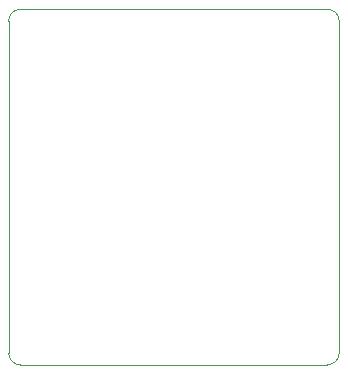
<source format=gbr>
%TF.GenerationSoftware,KiCad,Pcbnew,9.0.3*%
%TF.CreationDate,2025-09-19T00:55:14-04:00*%
%TF.ProjectId,UWB,5557422e-6b69-4636-9164-5f7063625858,rev?*%
%TF.SameCoordinates,Original*%
%TF.FileFunction,Profile,NP*%
%FSLAX46Y46*%
G04 Gerber Fmt 4.6, Leading zero omitted, Abs format (unit mm)*
G04 Created by KiCad (PCBNEW 9.0.3) date 2025-09-19 00:55:14*
%MOMM*%
%LPD*%
G01*
G04 APERTURE LIST*
%TA.AperFunction,Profile*%
%ADD10C,0.050000*%
%TD*%
G04 APERTURE END LIST*
D10*
X-17300000Y-23000000D02*
X-17300000Y5100000D01*
X-16300000Y-24000000D02*
G75*
G02*
X-17300000Y-23000000I-1J999999D01*
G01*
X9700000Y-24000000D02*
X-16300000Y-24000000D01*
X-16300000Y6100000D02*
X9700000Y6100000D01*
X-17300000Y5100000D02*
G75*
G02*
X-16300000Y6100000I999999J1D01*
G01*
X9700000Y6100000D02*
G75*
G02*
X10700000Y5100000I0J-1000000D01*
G01*
X10700000Y5100000D02*
X10700000Y-23000000D01*
X10700000Y-23000000D02*
G75*
G02*
X9700000Y-24000000I-1000000J0D01*
G01*
M02*

</source>
